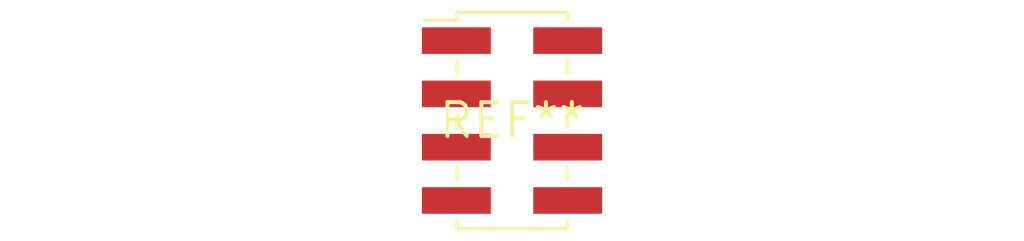
<source format=kicad_pcb>
(kicad_pcb (version 20240108) (generator pcbnew)
  (layers (0 "F.Cu" signal) (31 "B.Cu" signal) (34 "B.Paste" user) (35 "F.Paste" user) (36 "B.SilkS" user "B.Silkscreen") (37 "F.SilkS" user "F.Silkscreen") (38 "B.Mask" user) (39 "F.Mask" user) (44 "Edge.Cuts" user))
  (net 0 "")
  (footprint "PinHeader_2x04_P2.00mm_Vertical_SMD" (layer "F.Cu") (at 0 0)
    (property "Reference" "REF**")
    (property "Value" "PinHeader_2x04_P2.00mm_Vertical_SMD")
    (fp_line (start -3.315 -3.76) (end -2.06 -3.76) (layer "F.SilkS") (stroke (width 0.12)))
    (fp_line (start -2.06 -4.06) (end -2.06 -3.76) (layer "F.SilkS") (stroke (width 0.12)))
    (fp_line (start -2.06 -4.06) (end 2.06 -4.06) (layer "F.SilkS") (stroke (width 0.12)))
    (fp_line (start -2.06 -2.24) (end -2.06 -1.76) (layer "F.SilkS") (stroke (width 0.12)))
    (fp_line (start -2.06 -0.24) (end -2.06 0.24) (layer "F.SilkS") (stroke (width 0.12)))
    (fp_line (start -2.06 1.76) (end -2.06 2.24) (layer "F.SilkS") (stroke (width 0.12)))
    (fp_line (start -2.06 3.76) (end -2.06 4.06) (layer "F.SilkS") (stroke (width 0.12)))
    (fp_line (start -2.06 4.06) (end 2.06 4.06) (layer "F.SilkS") (stroke (width 0.12)))
    (fp_line (start 2.06 -4.06) (end 2.06 -3.76) (layer "F.SilkS") (stroke (width 0.12)))
    (fp_line (start 2.06 -2.24) (end 2.06 -1.76) (layer "F.SilkS") (stroke (width 0.12)))
    (fp_line (start 2.06 -0.24) (end 2.06 0.24) (layer "F.SilkS") (stroke (width 0.12)))
    (fp_line (start 2.06 1.76) (end 2.06 2.24) (layer "F.SilkS") (stroke (width 0.12)))
    (fp_line (start 2.06 3.76) (end 2.06 4.06) (layer "F.SilkS") (stroke (width 0.12)))
    (pad "1" smd rect (at -2.085 -3) (size 2.58 1) (layers "F.Cu" "F.Paste" "F.Mask"))
    (pad "2" smd rect (at 2.085 -3) (size 2.58 1) (layers "F.Cu" "F.Paste" "F.Mask"))
    (pad "3" smd rect (at -2.085 -1) (size 2.58 1) (layers "F.Cu" "F.Paste" "F.Mask"))
    (pad "4" smd rect (at 2.085 -1) (size 2.58 1) (layers "F.Cu" "F.Paste" "F.Mask"))
    (pad "5" smd rect (at -2.085 1) (size 2.58 1) (layers "F.Cu" "F.Paste" "F.Mask"))
    (pad "6" smd rect (at 2.085 1) (size 2.58 1) (layers "F.Cu" "F.Paste" "F.Mask"))
    (pad "7" smd rect (at -2.085 3) (size 2.58 1) (layers "F.Cu" "F.Paste" "F.Mask"))
    (pad "8" smd rect (at 2.085 3) (size 2.58 1) (layers "F.Cu" "F.Paste" "F.Mask"))
  )
)
</source>
